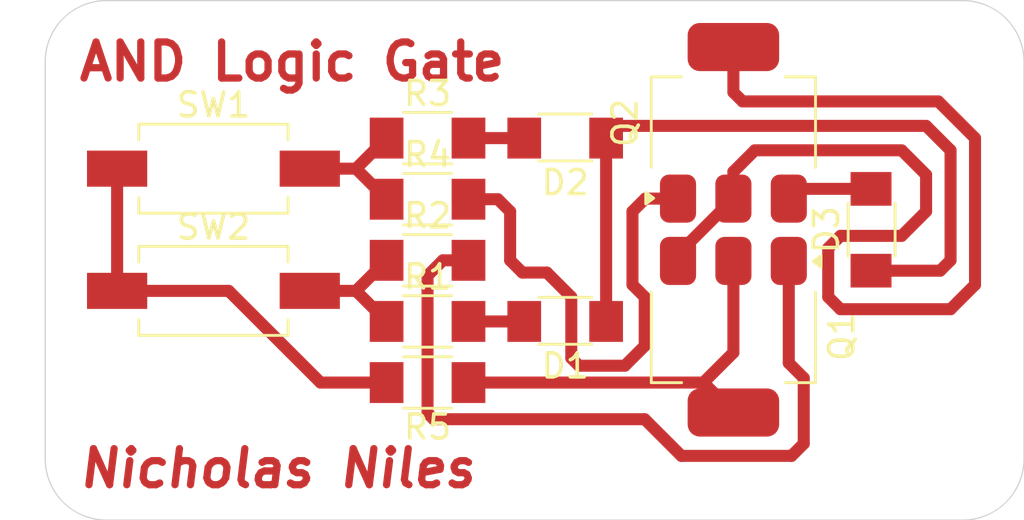
<source format=kicad_pcb>
(kicad_pcb (version 20240108) (generator "pcbnew") (generator_version "8.0")
  (title_block (title "AND Logic Gate Board") (date "June 21st, 2024") (rev "1") (company "Nicholas Niles") (comment 1 "Physical PCB routing for AND gate board"))
  (layers (0 "F.Cu" signal) (31 "B.Cu" signal) (34 "B.Paste" user) (35 "F.Paste" user) (36 "B.SilkS" user "B.Silkscreen") (37 "F.SilkS" user "F.Silkscreen") (38 "B.Mask" user) (39 "F.Mask" user) (44 "Edge.Cuts" user))
  (net 0 "")
  (net 1 "Net-(D1-K)")
  (net 2 "Net-(D1-A)")
  (net 3 "Net-(D2-A)")
  (net 4 "Net-(D3-A)")
  (net 5 "Net-(Q1-B)")
  (net 6 "Net-(Q1-C)")
  (net 7 "Net-(Q1-E)")
  (net 8 "Net-(Q2-B)")
  (net 9 "Net-(R1-Pad1)")
  (net 10 "Net-(R3-Pad1)")
  (net 11 "Net-(U1-OUT)")
  (footprint "fab:LED_1206" (layer "F.Cu") (at 65.585 55.27 180)
    (property "Reference" "D2" (at 0 -1.85 180) (layer "F.SilkS"))
    (property "Value" "LED 1206")
    (fp_line (start -1.1 1) (end 1.1 1) (stroke (width 0.12)) (layer "F.SilkS"))
    (fp_line (start -1.1 -0.95) (end 1.1 -0.95) (stroke (width 0.12)) (layer "F.SilkS"))
    (pad "1" smd rect (at -1.7 0 180) (size 1.4 1.7) (layers "F.Cu" "F.Paste" "F.Mask") (net 1 "Net-(D1-K)"))
    (pad "2" smd rect (at 1.7 0 180) (size 1.4 1.7) (layers "F.Cu" "F.Paste" "F.Mask") (net 3 "Net-(D2-A)"))
  )
  (footprint "fab:Button_CnK_PTS636.0_6x3.5mm" (layer "F.Cu") (at 50.98 61.62)
    (property "Reference" "SW2" (at 0 -2.65 0) (layer "F.SilkS"))
    (property "Value" "SMD Momentary Button")
    (fp_line (start -3.1 -1.85) (end -3.1 -1.2) (stroke (width 0.12)) (layer "F.SilkS"))
    (fp_line (start -3.1 1.2) (end -3.1 1.85) (stroke (width 0.12)) (layer "F.SilkS"))
    (fp_line (start -3.1 1.85) (end 3.1 1.85) (stroke (width 0.12)) (layer "F.SilkS"))
    (fp_line (start 3.1 -1.85) (end -3.1 -1.85) (stroke (width 0.12)) (layer "F.SilkS"))
    (fp_line (start 3.1 -1.85) (end 3.1 -1.2) (stroke (width 0.12)) (layer "F.SilkS"))
    (fp_line (start 3.1 1.85) (end 3.1 1.2) (stroke (width 0.12)) (layer "F.SilkS"))
    (pad "1" smd rect (at -4 0) (size 2.5 1.5) (layers "F.Cu" "F.Paste" "F.Mask") (net 11 "Net-(U1-OUT)"))
    (pad "2" smd rect (at 4 0) (size 2.5 1.5) (layers "F.Cu" "F.Paste" "F.Mask") (net 9 "Net-(R1-Pad1)"))
  )
  (footprint "fab:R_1206" (layer "F.Cu") (at 59.87 57.81)
    (property "Reference" "R4" (at 0 -1.85 0) (layer "F.SilkS"))
    (property "Value" "R1206 20Ω")
    (fp_line (start -1 -1.07) (end 1 -1.07) (stroke (width 0.12)) (layer "F.SilkS"))
    (fp_line (start 1 1.07) (end -1 1.07) (stroke (width 0.12)) (layer "F.SilkS"))
    (pad "1" smd rect (at -1.7 0) (size 1.4 1.7) (layers "F.Cu" "F.Paste" "F.Mask") (net 10 "Net-(R3-Pad1)"))
    (pad "2" smd rect (at 1.7 0) (size 1.4 1.7) (layers "F.Cu" "F.Paste" "F.Mask") (net 8 "Net-(Q2-B)"))
  )
  (footprint "fab:R_1206" (layer "F.Cu") (at 59.87 60.35)
    (property "Reference" "R2" (at 0 -1.85 0) (layer "F.SilkS"))
    (property "Value" "R1206 20Ω")
    (fp_line (start -1 -1.07) (end 1 -1.07) (stroke (width 0.12)) (layer "F.SilkS"))
    (fp_line (start 1 1.07) (end -1 1.07) (stroke (width 0.12)) (layer "F.SilkS"))
    (pad "1" smd rect (at -1.7 0) (size 1.4 1.7) (layers "F.Cu" "F.Paste" "F.Mask") (net 9 "Net-(R1-Pad1)"))
    (pad "2" smd rect (at 1.7 0) (size 1.4 1.7) (layers "F.Cu" "F.Paste" "F.Mask") (net 5 "Net-(Q1-B)"))
  )
  (footprint "fab:LED_1206" (layer "F.Cu") (at 65.585 62.89 180)
    (property "Reference" "D1" (at 0 -1.85 180) (layer "F.SilkS"))
    (property "Value" "LED 1206")
    (fp_line (start -1.1 1) (end 1.1 1) (stroke (width 0.12)) (layer "F.SilkS"))
    (fp_line (start -1.1 -0.95) (end 1.1 -0.95) (stroke (width 0.12)) (layer "F.SilkS"))
    (pad "1" smd rect (at -1.7 0 180) (size 1.4 1.7) (layers "F.Cu" "F.Paste" "F.Mask") (net 1 "Net-(D1-K)"))
    (pad "2" smd rect (at 1.7 0 180) (size 1.4 1.7) (layers "F.Cu" "F.Paste" "F.Mask") (net 2 "Net-(D1-A)"))
  )
  (footprint "Package_TO_SOT_SMD:SOT-223-3_TabPin2" (layer "F.Cu") (at 72.57 63.525 -90)
    (property "Reference" "Q1" (at 0 -4.5 90) (layer "F.SilkS"))
    (property "Value" "PZT2222A")
    (fp_line (start -1.85 3.41) (end 1.91 3.41) (stroke (width 0.12)) (layer "F.SilkS"))
    (fp_line (start 1.91 3.41) (end 1.91 2.15) (stroke (width 0.12)) (layer "F.SilkS"))
    (fp_line (start -1.85 -3.41) (end 1.91 -3.41) (stroke (width 0.12)) (layer "F.SilkS"))
    (fp_line (start 1.91 -3.41) (end 1.91 -2.15) (stroke (width 0.12)) (layer "F.SilkS"))
    (fp_poly (pts (xy -3.13 -3.31) (xy -3.37 -3.64) (xy -2.89 -3.64) (xy -3.13 -3.31)) (stroke (width 0.12)) (fill solid) (layer "F.SilkS"))
    (pad "1" smd roundrect (at -3.15 -2.3 270) (size 2 1.5) (layers "F.Cu" "F.Paste" "F.Mask") (net 5 "Net-(Q1-B)"))
    (pad "2" smd roundrect (at -3.15 0 270) (size 2 1.5) (layers "F.Cu" "F.Paste" "F.Mask") (net 6 "Net-(Q1-C)"))
    (pad "2" smd roundrect (at 3.15 0 270) (size 2 3.8) (layers "F.Cu" "F.Paste" "F.Mask") (net 6 "Net-(Q1-C)"))
    (pad "3" smd roundrect (at -3.15 2.3 270) (size 2 1.5) (layers "F.Cu" "F.Paste" "F.Mask") (net 7 "Net-(Q1-E)"))
  )
  (footprint "fab:LED_1206" (layer "F.Cu") (at 78.285 59.08 90)
    (property "Reference" "D3" (at 0 -1.85 270) (layer "F.SilkS"))
    (property "Value" "LED 1206")
    (fp_line (start -1.1 -0.95) (end 1.1 -0.95) (stroke (width 0.12)) (layer "F.SilkS"))
    (fp_line (start -1.1 1) (end 1.1 1) (stroke (width 0.12)) (layer "F.SilkS"))
    (pad "1" smd rect (at -1.7 0 90) (size 1.4 1.7) (layers "F.Cu" "F.Paste" "F.Mask") (net 1 "Net-(D1-K)"))
    (pad "2" smd rect (at 1.7 0 90) (size 1.4 1.7) (layers "F.Cu" "F.Paste" "F.Mask") (net 4 "Net-(D3-A)"))
  )
  (footprint "fab:R_1206" (layer "F.Cu") (at 59.87 55.27)
    (property "Reference" "R3" (at 0 -1.85 0) (layer "F.SilkS"))
    (property "Value" "R1206 250Ω")
    (fp_line (start -1 -1.07) (end 1 -1.07) (stroke (width 0.12)) (layer "F.SilkS"))
    (fp_line (start 1 1.07) (end -1 1.07) (stroke (width 0.12)) (layer "F.SilkS"))
    (pad "1" smd rect (at -1.7 0) (size 1.4 1.7) (layers "F.Cu" "F.Paste" "F.Mask") (net 10 "Net-(R3-Pad1)"))
    (pad "2" smd rect (at 1.7 0) (size 1.4 1.7) (layers "F.Cu" "F.Paste" "F.Mask") (net 3 "Net-(D2-A)"))
  )
  (footprint "Package_TO_SOT_SMD:SOT-223-3_TabPin2" (layer "F.Cu") (at 72.57 54.635 90)
    (property "Reference" "Q2" (at 0 -4.5 270) (layer "F.SilkS"))
    (property "Value" "PZT2222A")
    (fp_line (start 1.91 -3.41) (end 1.91 -2.15) (stroke (width 0.12)) (layer "F.SilkS"))
    (fp_line (start -1.85 -3.41) (end 1.91 -3.41) (stroke (width 0.12)) (layer "F.SilkS"))
    (fp_line (start 1.91 3.41) (end 1.91 2.15) (stroke (width 0.12)) (layer "F.SilkS"))
    (fp_line (start -1.85 3.41) (end 1.91 3.41) (stroke (width 0.12)) (layer "F.SilkS"))
    (fp_poly (pts (xy -3.13 -3.31) (xy -3.37 -3.64) (xy -2.89 -3.64) (xy -3.13 -3.31)) (stroke (width 0.12)) (fill solid) (layer "F.SilkS"))
    (pad "1" smd roundrect (at -3.15 -2.3 90) (size 2 1.5) (layers "F.Cu" "F.Paste" "F.Mask") (net 8 "Net-(Q2-B)"))
    (pad "2" smd roundrect (at -3.15 0 90) (size 2 1.5) (layers "F.Cu" "F.Paste" "F.Mask") (net 7 "Net-(Q1-E)"))
    (pad "2" smd roundrect (at 3.15 0 90) (size 2 3.8) (layers "F.Cu" "F.Paste" "F.Mask") (net 7 "Net-(Q1-E)"))
    (pad "3" smd roundrect (at -3.15 2.3 90) (size 2 1.5) (layers "F.Cu" "F.Paste" "F.Mask") (net 4 "Net-(D3-A)"))
  )
  (footprint "fab:R_1206" (layer "F.Cu") (at 59.87 62.89)
    (property "Reference" "R1" (at 0 -1.85 0) (layer "F.SilkS"))
    (property "Value" "R1206 250Ω")
    (fp_line (start -1 -1.07) (end 1 -1.07) (stroke (width 0.12)) (layer "F.SilkS"))
    (fp_line (start 1 1.07) (end -1 1.07) (stroke (width 0.12)) (layer "F.SilkS"))
    (pad "1" smd rect (at -1.7 0) (size 1.4 1.7) (layers "F.Cu" "F.Paste" "F.Mask") (net 9 "Net-(R1-Pad1)"))
    (pad "2" smd rect (at 1.7 0) (size 1.4 1.7) (layers "F.Cu" "F.Paste" "F.Mask") (net 2 "Net-(D1-A)"))
  )
  (footprint "fab:R_1206" (layer "F.Cu") (at 59.87 65.43 180)
    (property "Reference" "R5" (at 0 -1.85 180) (layer "F.SilkS"))
    (property "Value" "R1206 250Ω")
    (fp_line (start 1 1.07) (end -1 1.07) (stroke (width 0.12)) (layer "F.SilkS"))
    (fp_line (start -1 -1.07) (end 1 -1.07) (stroke (width 0.12)) (layer "F.SilkS"))
    (pad "1" smd rect (at -1.7 0 180) (size 1.4 1.7) (layers "F.Cu" "F.Paste" "F.Mask") (net 6 "Net-(Q1-C)"))
    (pad "2" smd rect (at 1.7 0 180) (size 1.4 1.7) (layers "F.Cu" "F.Paste" "F.Mask") (net 11 "Net-(U1-OUT)"))
  )
  (footprint "fab:Button_CnK_PTS636.0_6x3.5mm" (layer "F.Cu") (at 50.98 56.54)
    (property "Reference" "SW1" (at 0 -2.65 0) (layer "F.SilkS"))
    (property "Value" "SMD Momentary Button")
    (fp_line (start -3.1 -1.85) (end -3.1 -1.2) (stroke (width 0.12)) (layer "F.SilkS"))
    (fp_line (start -3.1 1.2) (end -3.1 1.85) (stroke (width 0.12)) (layer "F.SilkS"))
    (fp_line (start -3.1 1.85) (end 3.1 1.85) (stroke (width 0.12)) (layer "F.SilkS"))
    (fp_line (start 3.1 -1.85) (end -3.1 -1.85) (stroke (width 0.12)) (layer "F.SilkS"))
    (fp_line (start 3.1 -1.85) (end 3.1 -1.2) (stroke (width 0.12)) (layer "F.SilkS"))
    (fp_line (start 3.1 1.85) (end 3.1 1.2) (stroke (width 0.12)) (layer "F.SilkS"))
    (pad "1" smd rect (at -4 0) (size 2.5 1.5) (layers "F.Cu" "F.Paste" "F.Mask") (net 11 "Net-(U1-OUT)"))
    (pad "2" smd rect (at 4 0) (size 2.5 1.5) (layers "F.Cu" "F.Paste" "F.Mask") (net 10 "Net-(R3-Pad1)"))
  )
  (gr_arc (start 82.095 49.555) (mid 83.891051 50.298949) (end 84.635 52.095) (stroke (width 0.05)) (layer "Edge.Cuts"))
  (gr_arc (start 84.635 68.605) (mid 83.891051 70.401051) (end 82.095 71.145) (stroke (width 0.05)) (layer "Edge.Cuts"))
  (gr_line (start 43.995 52.095) (end 43.995 68.605) (stroke (width 0.05)) (layer "Edge.Cuts"))
  (gr_line (start 84.635 68.605) (end 84.635 52.095) (stroke (width 0.05)) (layer "Edge.Cuts"))
  (gr_arc (start 43.995 52.095) (mid 44.738949 50.298949) (end 46.535 49.555) (stroke (width 0.05)) (layer "Edge.Cuts"))
  (gr_line (start 82.095 49.555) (end 46.535 49.555) (stroke (width 0.05)) (layer "Edge.Cuts"))
  (gr_arc (start 46.535 71.145) (mid 44.738949 70.401051) (end 43.995 68.605) (stroke (width 0.05)) (layer "Edge.Cuts"))
  (gr_line (start 46.535 71.145) (end 82.095 71.145) (stroke (width 0.05)) (layer "Edge.Cuts"))
  (gr_text "AND Logic Gate" (at 45.265 52.095 0) (layer "F.Cu") (effects (font (size 1.5 1.5) (thickness 0.3) (bold yes)) (justify left)))
  (gr_text "Nicholas Niles" (at 45.265 69.875 0) (layer "F.Cu") (effects (font (size 1.5 1.5) (thickness 0.3) (bold yes) (italic yes)) (justify left bottom)))
  (segment (start 67.285 55.27) (end 67.285 62.89) (width 0.5) (layer "F.Cu") (net 1))
  (segment (start 67.285 55.27) (end 67.793 54.762) (width 0.5) (layer "F.Cu") (net 1))
  (segment (start 80.571 54.762) (end 81.587 55.778) (width 0.5) (layer "F.Cu") (net 1))
  (segment (start 81.587 60.35) (end 81.157 60.78) (width 0.5) (layer "F.Cu") (net 1))
  (segment (start 81.157 60.78) (end 78.285 60.78) (width 0.5) (layer "F.Cu") (net 1))
  (segment (start 67.793 54.762) (end 80.571 54.762) (width 0.5) (layer "F.Cu") (net 1))
  (segment (start 81.587 55.778) (end 81.587 60.35) (width 0.5) (layer "F.Cu") (net 1))
  (segment (start 61.57 62.89) (end 63.885 62.89) (width 0.5) (layer "F.Cu") (net 2))
  (segment (start 61.57 55.27) (end 63.885 55.27) (width 0.5) (layer "F.Cu") (net 3))
  (segment (start 78.285 57.38) (end 75.275 57.38) (width 0.5) (layer "F.Cu") (net 4))
  (segment (start 75.275 57.38) (end 74.87 57.785) (width 0.5) (layer "F.Cu") (net 4))
  (segment (start 75.491 65.2395) (end 75.491 67.97) (width 0.5) (layer "F.Cu") (net 5))
  (segment (start 75.491 67.97) (end 74.983 68.478) (width 0.5) (layer "F.Cu") (net 5))
  (segment (start 59.87 66.7) (end 59.87 60.985) (width 0.5) (layer "F.Cu") (net 5))
  (segment (start 74.983 68.478) (end 70.411 68.478) (width 0.5) (layer "F.Cu") (net 5))
  (segment (start 68.887 66.954) (end 60.124 66.954) (width 0.5) (layer "F.Cu") (net 5))
  (segment (start 60.505 60.35) (end 61.57 60.35) (width 0.5) (layer "F.Cu") (net 5))
  (segment (start 70.411 68.478) (end 68.887 66.954) (width 0.5) (layer "F.Cu") (net 5))
  (segment (start 74.87 64.6185) (end 75.491 65.2395) (width 0.5) (layer "F.Cu") (net 5))
  (segment (start 59.87 60.985) (end 60.505 60.35) (width 0.5) (layer "F.Cu") (net 5))
  (segment (start 74.87 60.375) (end 74.87 64.6185) (width 0.5) (layer "F.Cu") (net 5))
  (segment (start 60.124 66.954) (end 59.87 66.7) (width 0.5) (layer "F.Cu") (net 5))
  (segment (start 72.57 64.185) (end 71.325 65.43) (width 0.5) (layer "F.Cu") (net 6))
  (segment (start 72.57 60.375) (end 72.57 64.185) (width 0.5) (layer "F.Cu") (net 6))
  (segment (start 61.57 65.43) (end 71.325 65.43) (width 0.5) (layer "F.Cu") (net 6))
  (segment (start 71.325 65.43) (end 72.57 66.675) (width 0.5) (layer "F.Cu") (net 6))
  (segment (start 77.015 59.334) (end 76.507 59.842) (width 0.5) (layer "F.Cu") (net 7))
  (segment (start 77.015 62.382) (end 81.587 62.382) (width 0.5) (layer "F.Cu") (net 7))
  (segment (start 82.603 55.27) (end 81.079 53.746) (width 0.5) (layer "F.Cu") (net 7))
  (segment (start 79.555 59.334) (end 77.015 59.334) (width 0.5) (layer "F.Cu") (net 7))
  (segment (start 72.57 56.667) (end 73.459 55.778) (width 0.5) (layer "F.Cu") (net 7))
  (segment (start 72.951 53.746) (end 72.57 53.365) (width 0.5) (layer "F.Cu") (net 7))
  (segment (start 72.57 57.785) (end 72.57 56.667) (width 0.5) (layer "F.Cu") (net 7))
  (segment (start 72.57 53.365) (end 72.57 51.485) (width 0.5) (layer "F.Cu") (net 7))
  (segment (start 76.507 59.842) (end 76.507 61.874) (width 0.5) (layer "F.Cu") (net 7))
  (segment (start 79.555 55.778) (end 80.571 56.794) (width 0.5) (layer "F.Cu") (net 7))
  (segment (start 80.571 56.794) (end 80.571 58.318) (width 0.5) (layer "F.Cu") (net 7))
  (segment (start 76.507 61.874) (end 77.015 62.382) (width 0.5) (layer "F.Cu") (net 7))
  (segment (start 81.079 53.746) (end 72.951 53.746) (width 0.5) (layer "F.Cu") (net 7))
  (segment (start 70.27 60.085) (end 72.57 57.785) (width 0.5) (layer "F.Cu") (net 7))
  (segment (start 81.587 62.382) (end 82.603 61.366) (width 0.5) (layer "F.Cu") (net 7))
  (segment (start 82.603 61.366) (end 82.603 55.27) (width 0.5) (layer "F.Cu") (net 7))
  (segment (start 80.571 58.318) (end 79.555 59.334) (width 0.5) (layer "F.Cu") (net 7))
  (segment (start 73.459 55.778) (end 79.555 55.778) (width 0.5) (layer "F.Cu") (net 7))
  (segment (start 70.27 60.375) (end 70.27 60.085) (width 0.5) (layer "F.Cu") (net 7))
  (segment (start 66.155 64.73) (end 65.839 64.414) (width 0.5) (layer "F.Cu") (net 8))
  (segment (start 63.299 60.35) (end 63.299 58.318) (width 0.5) (layer "F.Cu") (net 8))
  (segment (start 65.839 64.414) (end 65.839 61.874) (width 0.5) (layer "F.Cu") (net 8))
  (segment (start 63.807 60.858) (end 63.299 60.35) (width 0.5) (layer "F.Cu") (net 8))
  (segment (start 68.379 58.318) (end 68.379 61.366) (width 0.5) (layer "F.Cu") (net 8))
  (segment (start 63.299 58.318) (end 62.791 57.81) (width 0.5) (layer "F.Cu") (net 8))
  (segment (start 62.791 57.81) (end 61.57 57.81) (width 0.5) (layer "F.Cu") (net 8))
  (segment (start 68.912 57.785) (end 68.379 58.318) (width 0.5) (layer "F.Cu") (net 8))
  (segment (start 68.063 64.73) (end 66.155 64.73) (width 0.5) (layer "F.Cu") (net 8))
  (segment (start 64.823 60.858) (end 63.807 60.858) (width 0.5) (layer "F.Cu") (net 8))
  (segment (start 68.887 61.874) (end 68.887 63.906) (width 0.5) (layer "F.Cu") (net 8))
  (segment (start 68.887 63.906) (end 68.063 64.73) (width 0.5) (layer "F.Cu") (net 8))
  (segment (start 68.379 61.366) (end 68.887 61.874) (width 0.5) (layer "F.Cu") (net 8))
  (segment (start 70.27 57.785) (end 68.912 57.785) (width 0.5) (layer "F.Cu") (net 8))
  (segment (start 65.839 61.874) (end 64.823 60.858) (width 0.5) (layer "F.Cu") (net 8))
  (segment (start 61.595 57.785) (end 61.57 57.81) (width 0.5) (layer "F.Cu") (net 8))
  (segment (start 54.98 61.62) (end 56.9 61.62) (width 0.5) (layer "F.Cu") (net 9))
  (segment (start 56.9 61.62) (end 58.17 60.35) (width 0.5) (layer "F.Cu") (net 9))
  (segment (start 56.9 61.62) (end 58.17 62.89) (width 0.5) (layer "F.Cu") (net 9))
  (segment (start 56.9 56.54) (end 58.17 55.27) (width 0.5) (layer "F.Cu") (net 10))
  (segment (start 54.98 56.54) (end 56.9 56.54) (width 0.5) (layer "F.Cu") (net 10))
  (segment (start 56.9 56.54) (end 58.17 57.81) (width 0.5) (layer "F.Cu") (net 10))
  (segment (start 46.98 56.54) (end 46.98 61.62) (width 0.5) (layer "F.Cu") (net 11))
  (segment (start 55.425 65.43) (end 58.17 65.43) (width 0.5) (layer "F.Cu") (net 11))
  (segment (start 46.98 61.62) (end 51.615 61.62) (width 0.5) (layer "F.Cu") (net 11))
  (segment (start 51.615 61.62) (end 55.425 65.43) (width 0.5) (layer "F.Cu") (net 11))
)
</source>
